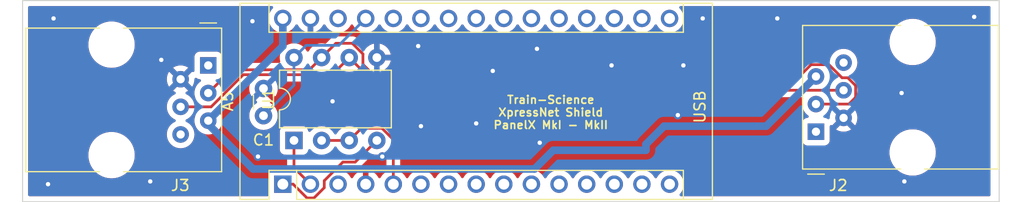
<source format=kicad_pcb>
(kicad_pcb (version 20211014) (generator pcbnew)
  (layers (0 "F.Cu" signal) (31 "B.Cu" signal) (34 "B.Paste" user) (35 "F.Paste" user) (36 "B.SilkS" user "B.Silkscreen") (37 "F.SilkS" user "F.Silkscreen") (38 "B.Mask" user) (39 "F.Mask" user) (44 "Edge.Cuts" user))
  (net 0 "")
  (net 1 "+5V")
  (net 2 "+12V")
  (net 3 "GND")
  (net 4 "/Tx")
  (net 5 "/Rx")
  (net 6 "/485dir")
  (net 7 "/B")
  (net 8 "/A")
  (footprint "Package_DIP:DIP-8_W7.62mm" (layer "F.Cu") (at 132.201 152.564 90)
    (fp_text reference "U1" (at 3.81 -2.33 90) (layer "F.SilkS"))
    (fp_text value "MAX485E")
    (fp_line (start 1.16 8.95) (end 6.46 8.95) (layer "F.SilkS") (width 0.12))
    (fp_line (start 6.46 8.95) (end 6.46 -1.33) (layer "F.SilkS") (width 0.12))
    (fp_line (start 1.16 -1.33) (end 1.16 8.95) (layer "F.SilkS") (width 0.12))
    (fp_line (start 6.46 -1.33) (end 4.81 -1.33) (layer "F.SilkS") (width 0.12))
    (fp_line (start 2.81 -1.33) (end 1.16 -1.33) (layer "F.SilkS") (width 0.12))
    (fp_arc (start 4.81 -1.33) (mid 3.81 -0.33) (end 2.81 -1.33) (layer "F.SilkS") (width 0.12))
    (pad "1" thru_hole rect locked (at 0 0 90) (size 1.6 1.6) (drill 0.8) (layers *.Cu *.Mask) (net 5 "/Rx"))
    (pad "2" thru_hole oval locked (at 0 2.54 90) (size 1.6 1.6) (drill 0.8) (layers *.Cu *.Mask) (net 6 "/485dir"))
    (pad "3" thru_hole oval locked (at 0 5.08 90) (size 1.6 1.6) (drill 0.8) (layers *.Cu *.Mask) (net 6 "/485dir"))
    (pad "4" thru_hole oval locked (at 0 7.62 90) (size 1.6 1.6) (drill 0.8) (layers *.Cu *.Mask) (net 4 "/Tx"))
    (pad "5" thru_hole oval locked (at 7.62 7.62 90) (size 1.6 1.6) (drill 0.8) (layers *.Cu *.Mask) (net 3 "GND"))
    (pad "6" thru_hole oval locked (at 7.62 5.08 90) (size 1.6 1.6) (drill 0.8) (layers *.Cu *.Mask) (net 8 "/A"))
    (pad "7" thru_hole oval locked (at 7.62 2.54 90) (size 1.6 1.6) (drill 0.8) (layers *.Cu *.Mask) (net 7 "/B"))
    (pad "8" thru_hole oval locked (at 7.62 0 90) (size 1.6 1.6) (drill 0.8) (layers *.Cu *.Mask) (net 1 "+5V"))
  )
  (footprint "Connector_RJ:RJ12_Amphenol_54601" (layer "F.Cu") (at 180.197 151.76 90)
    (fp_text reference "J2" (at -4.94 2.048 180) (layer "F.SilkS"))
    (fp_text value "RJ12")
    (fp_line (start 9.77 16.77) (end -3.43 16.77) (layer "F.SilkS") (width 0.12))
    (fp_line (start -3.9 0.77) (end -3.9 -0.76) (layer "F.SilkS") (width 0.12))
    (fp_line (start 9.77 16.65) (end 9.77 16.77) (layer "F.SilkS") (width 0.1))
    (fp_line (start 9.77 16.76) (end 9.77 16.77) (layer "F.SilkS") (width 0.1))
    (fp_line (start 9.77 -1.23) (end 9.77 7.79) (layer "F.SilkS") (width 0.12))
    (fp_line (start 9.77 16.77) (end 9.77 9.99) (layer "F.SilkS") (width 0.12))
    (fp_line (start -3.43 7.79) (end -3.43 -1.23) (layer "F.SilkS") (width 0.12))
    (fp_line (start -3.43 -1.23) (end 9.77 -1.23) (layer "F.SilkS") (width 0.12))
    (fp_line (start -3.43 7.72) (end -3.43 7.79) (layer "F.SilkS") (width 0.1))
    (fp_line (start -3.43 16.77) (end -3.43 9.99) (layer "F.SilkS") (width 0.12))
    (pad "" np_thru_hole circle locked (at -1.91 8.89 90) (size 3.25 3.25) (drill 3.25) (layers *.Cu *.Mask))
    (pad "" np_thru_hole circle locked (at 8.25 8.89 90) (size 3.25 3.25) (drill 3.25) (layers *.Cu *.Mask))
    (pad "1" thru_hole rect locked (at 0 0 90) (size 1.52 1.52) (drill 0.76) (layers *.Cu *.Mask))
    (pad "2" thru_hole circle locked (at 1.27 2.54 90) (size 1.52 1.52) (drill 0.76) (layers *.Cu *.Mask) (net 3 "GND"))
    (pad "3" thru_hole circle locked (at 2.54 0 90) (size 1.52 1.52) (drill 0.76) (layers *.Cu *.Mask) (net 7 "/B"))
    (pad "4" thru_hole circle locked (at 3.81 2.54 90) (size 1.52 1.52) (drill 0.76) (layers *.Cu *.Mask) (net 8 "/A"))
    (pad "5" thru_hole circle locked (at 5.08 0 90) (size 1.52 1.52) (drill 0.76) (layers *.Cu *.Mask) (net 2 "+12V"))
    (pad "6" thru_hole circle locked (at 6.35 2.54 90) (size 1.52 1.52) (drill 0.76) (layers *.Cu *.Mask))
  )
  (footprint "Module:Arduino_Nano" (layer "F.Cu") (at 131.175 156.586 90)
    (fp_text reference "A5" (at 7.62 -5.08 90) (layer "F.SilkS"))
    (fp_text value "Arduino_Nano_v3.x")
    (fp_line (start 16.64 39.5) (end 16.64 -3.94) (layer "F.SilkS") (width 0.12))
    (fp_line (start 13.97 -1.27) (end 16.64 -1.27) (layer "F.SilkS") (width 0.12))
    (fp_line (start 1.27 1.27) (end 1.27 36.83) (layer "F.SilkS") (width 0.12))
    (fp_line (start 1.27 1.27) (end 1.27 -1.27) (layer "F.SilkS") (width 0.12))
    (fp_line (start 13.97 36.83) (end 16.64 36.83) (layer "F.SilkS") (width 0.12))
    (fp_line (start 13.97 -1.27) (end 13.97 36.83) (layer "F.SilkS") (width 0.12))
    (fp_line (start 1.27 36.83) (end -1.4 36.83) (layer "F.SilkS") (width 0.12))
    (fp_line (start 1.27 -1.27) (end -1.4 -1.27) (layer "F.SilkS") (width 0.12))
    (fp_line (start -1.4 39.5) (end 16.64 39.5) (layer "F.SilkS") (width 0.12))
    (fp_line (start 16.64 -3.94) (end -1.4 -3.94) (layer "F.SilkS") (width 0.12))
    (fp_line (start 1.27 1.27) (end -1.4 1.27) (layer "F.SilkS") (width 0.12))
    (fp_line (start -1.4 1.27) (end -1.4 39.5) (layer "F.SilkS") (width 0.12))
    (fp_line (start -1.4 -3.94) (end -1.4 -1.27) (layer "F.SilkS") (width 0.12))
    (pad "1" thru_hole rect locked (at 0 0 90) (size 1.6 1.6) (drill 1) (layers *.Cu *.Mask) (net 4 "/Tx"))
    (pad "2" thru_hole oval locked (at 0 2.54 90) (size 1.6 1.6) (drill 1) (layers *.Cu *.Mask) (net 5 "/Rx"))
    (pad "3" thru_hole oval locked (at 0 5.08 90) (size 1.6 1.6) (drill 1) (layers *.Cu *.Mask))
    (pad "4" thru_hole oval locked (at 0 7.62 90) (size 1.6 1.6) (drill 1) (layers *.Cu *.Mask) (net 3 "GND"))
    (pad "5" thru_hole oval locked (at 0 10.16 90) (size 1.6 1.6) (drill 1) (layers *.Cu *.Mask) (net 6 "/485dir"))
    (pad "6" thru_hole oval locked (at 0 12.7 90) (size 1.6 1.6) (drill 1) (layers *.Cu *.Mask))
    (pad "7" thru_hole oval locked (at 0 15.24 90) (size 1.6 1.6) (drill 1) (layers *.Cu *.Mask))
    (pad "8" thru_hole oval locked (at 0 17.78 90) (size 1.6 1.6) (drill 1) (layers *.Cu *.Mask))
    (pad "9" thru_hole oval locked (at 0 20.32 90) (size 1.6 1.6) (drill 1) (layers *.Cu *.Mask))
    (pad "10" thru_hole oval locked (at 0 22.86 90) (size 1.6 1.6) (drill 1) (layers *.Cu *.Mask))
    (pad "11" thru_hole oval locked (at 0 25.4 90) (size 1.6 1.6) (drill 1) (layers *.Cu *.Mask))
    (pad "12" thru_hole oval locked (at 0 27.94 90) (size 1.6 1.6) (drill 1) (layers *.Cu *.Mask))
    (pad "13" thru_hole oval locked (at 0 30.48 90) (size 1.6 1.6) (drill 1) (layers *.Cu *.Mask))
    (pad "14" thru_hole oval locked (at 0 33.02 90) (size 1.6 1.6) (drill 1) (layers *.Cu *.Mask))
    (pad "15" thru_hole oval locked (at 0 35.56 90) (size 1.6 1.6) (drill 1) (layers *.Cu *.Mask))
    (pad "16" thru_hole oval locked (at 15.24 35.56 90) (size 1.6 1.6) (drill 1) (layers *.Cu *.Mask))
    (pad "17" thru_hole oval locked (at 15.24 33.02 90) (size 1.6 1.6) (drill 1) (layers *.Cu *.Mask))
    (pad "18" thru_hole oval locked (at 15.24 30.48 90) (size 1.6 1.6) (drill 1) (layers *.Cu *.Mask))
    (pad "19" thru_hole oval locked (at 15.24 27.94 90) (size 1.6 1.6) (drill 1) (layers *.Cu *.Mask))
    (pad "20" thru_hole oval locked (at 15.24 25.4 90) (size 1.6 1.6) (drill 1) (layers *.Cu *.Mask))
    (pad "21" thru_hole oval locked (at 15.24 22.86 90) (size 1.6 1.6) (drill 1) (layers *.Cu *.Mask))
    (pad "22" thru_hole oval locked (at 15.24 20.32 90) (size 1.6 1.6) (drill 1) (layers *.Cu *.Mask))
    (pad "23" thru_hole oval locked (at 15.24 17.78 90) (size 1.6 1.6) (drill 1) (layers *.Cu *.Mask))
    (pad "24" thru_hole oval locked (at 15.24 15.24 90) (size 1.6 1.6) (drill 1) (layers *.Cu *.Mask))
    (pad "25" thru_hole oval locked (at 15.24 12.7 90) (size 1.6 1.6) (drill 1) (layers *.Cu *.Mask))
    (pad "26" thru_hole oval locked (at 15.24 10.16 90) (size 1.6 1.6) (drill 1) (layers *.Cu *.Mask))
    (pad "27" thru_hole oval locked (at 15.24 7.62 90) (size 1.6 1.6) (drill 1) (layers *.Cu *.Mask) (net 1 "+5V"))
    (pad "28" thru_hole oval locked (at 15.24 5.08 90) (size 1.6 1.6) (drill 1) (layers *.Cu *.Mask))
    (pad "29" thru_hole oval locked (at 15.24 2.54 90) (size 1.6 1.6) (drill 1) (layers *.Cu *.Mask) (net 3 "GND"))
    (pad "30" thru_hole oval locked (at 15.24 0 90) (size 1.6 1.6) (drill 1) (layers *.Cu *.Mask) (net 2 "+12V"))
  )
  (footprint "Connector_RJ:RJ12_Amphenol_54601" (layer "F.Cu") (at 124.317 145.664 -90)
    (fp_text reference "J3" (at 11.036 2.572 180) (layer "F.SilkS"))
    (fp_text value "RJ12")
    (fp_line (start 9.77 16.77) (end 9.77 9.99) (layer "F.SilkS") (width 0.12))
    (fp_line (start 9.77 16.76) (end 9.77 16.77) (layer "F.SilkS") (width 0.1))
    (fp_line (start -3.43 16.77) (end -3.43 9.99) (layer "F.SilkS") (width 0.12))
    (fp_line (start -3.43 -1.23) (end 9.77 -1.23) (layer "F.SilkS") (width 0.12))
    (fp_line (start 9.77 16.65) (end 9.77 16.77) (layer "F.SilkS") (width 0.1))
    (fp_line (start -3.43 7.72) (end -3.43 7.79) (layer "F.SilkS") (width 0.1))
    (fp_line (start -3.43 7.79) (end -3.43 -1.23) (layer "F.SilkS") (width 0.12))
    (fp_line (start 9.77 16.77) (end -3.43 16.77) (layer "F.SilkS") (width 0.12))
    (fp_line (start 9.77 -1.23) (end 9.77 7.79) (layer "F.SilkS") (width 0.12))
    (fp_line (start -3.9 0.77) (end -3.9 -0.76) (layer "F.SilkS") (width 0.12))
    (pad "" np_thru_hole circle locked (at -1.91 8.89 270) (size 3.25 3.25) (drill 3.25) (layers *.Cu *.Mask))
    (pad "" np_thru_hole circle locked (at 8.25 8.89 270) (size 3.25 3.25) (drill 3.25) (layers *.Cu *.Mask))
    (pad "1" thru_hole rect locked (at 0 0 270) (size 1.52 1.52) (drill 0.76) (layers *.Cu *.Mask))
    (pad "2" thru_hole circle locked (at 1.27 2.54 270) (size 1.52 1.52) (drill 0.76) (layers *.Cu *.Mask) (net 3 "GND"))
    (pad "3" thru_hole circle locked (at 2.54 0 270) (size 1.52 1.52) (drill 0.76) (layers *.Cu *.Mask) (net 7 "/B"))
    (pad "4" thru_hole circle locked (at 3.81 2.54 270) (size 1.52 1.52) (drill 0.76) (layers *.Cu *.Mask) (net 8 "/A"))
    (pad "5" thru_hole circle locked (at 5.08 0 270) (size 1.52 1.52) (drill 0.76) (layers *.Cu *.Mask) (net 2 "+12V"))
    (pad "6" thru_hole circle locked (at 6.35 2.54 270) (size 1.52 1.52) (drill 0.76) (layers *.Cu *.Mask))
  )
  (footprint "Capacitor_THT:C_Disc_D3.0mm_W1.6mm_P2.50mm" (layer "F.Cu") (at 129.397 150.288 90)
    (fp_text reference "C1" (at -2.234 0 180) (layer "F.SilkS"))
    (fp_text value "C")
    (fp_line (start 0.621 0.92) (end 1.879 0.92) (layer "F.SilkS") (width 0.12))
    (fp_line (start 0.621 -0.92) (end 1.879 -0.92) (layer "F.SilkS") (width 0.12))
    (pad "1" thru_hole circle locked (at 0 0 90) (size 1.6 1.6) (drill 0.8) (layers *.Cu *.Mask) (net 1 "+5V"))
    (pad "2" thru_hole circle locked (at 2.5 0 90) (size 1.6 1.6) (drill 0.8) (layers *.Cu *.Mask) (net 3 "GND"))
  )
  (gr_rect (start 107.245 158.2) (end 197.047 139.7) (layer "Edge.Cuts") (width 0.1) (fill none))
  (gr_text "USB" (at 169.529 149.474 90) (layer "F.SilkS") (effects (font (size 1 1))))
  (gr_text "Train-Science\nXpressNet Shield\nPanelX MkI - MkII" (at 155.813 149.982) (layer "F.SilkS") (effects (font (size 0.72 0.75))))
  (segment (start 133.325511 143.819489) (end 136.321511 143.819489) (width 0.25) (layer "B.Cu") (net 1))
  (segment (start 132.201 144.944) (end 133.325511 143.819489) (width 0.25) (layer "B.Cu") (net 1))
  (segment (start 136.321511 143.819489) (end 138.795 141.346) (width 0.25) (layer "B.Cu") (net 1))
  (segment (start 132.201 147.484) (end 132.201 144.944) (width 0.25) (layer "B.Cu") (net 1))
  (segment (start 129.397 150.288) (end 132.201 147.484) (width 0.25) (layer "B.Cu") (net 1))
  (segment (start 131.175 143.886) (end 131.175 141.346) (width 0.7) (layer "B.Cu") (net 2))
  (segment (start 124.317 151.072) (end 124.317 150.744) (width 0.7) (layer "B.Cu") (net 2))
  (segment (start 175.625 151.252) (end 180.197 146.68) (width 0.7) (layer "B.Cu") (net 2))
  (segment (start 156.04321 153.466) (end 154.322721 155.186489) (width 0.7) (layer "B.Cu") (net 2))
  (segment (start 124.317 150.744) (end 131.175 143.886) (width 0.7) (layer "B.Cu") (net 2))
  (segment (start 164.563 152.916) (end 166.227 151.252) (width 0.7) (layer "B.Cu") (net 2))
  (segment (start 154.322721 155.186489) (end 128.431489 155.186489) (width 0.7) (layer "B.Cu") (net 2))
  (segment (start 164.563 153.466) (end 164.563 152.916) (width 0.7) (layer "B.Cu") (net 2))
  (segment (start 128.431489 155.186489) (end 124.317 151.072) (width 0.7) (layer "B.Cu") (net 2))
  (segment (start 164.563 153.466) (end 156.04321 153.466) (width 0.7) (layer "B.Cu") (net 2))
  (segment (start 166.227 151.252) (end 174.393 151.252) (width 0.7) (layer "B.Cu") (net 2))
  (segment (start 174.393 151.252) (end 175.625 151.252) (width 0.7) (layer "B.Cu") (net 2))
  (via (at 168.005 145.664) (size 0.8) (drill 0.4) (layers "F.Cu" "B.Cu") (net 3))
  (via (at 118.983 156.332) (size 0.8) (drill 0.4) (layers "F.Cu" "B.Cu") (net 3))
  (via (at 140.319 154.046) (size 0.8) (drill 0.4) (layers "F.Cu" "B.Cu") (net 3))
  (via (at 167.497 150.236) (size 0.8) (drill 0.4) (layers "F.Cu" "B.Cu") (net 3))
  (via (at 143.875 151.252) (size 0.8) (drill 0.4) (layers "F.Cu" "B.Cu") (net 3))
  (via (at 150.479 146.172) (size 0.8) (drill 0.4) (layers "F.Cu" "B.Cu") (net 3))
  (via (at 109.585 156.586) (size 0.8) (drill 0.4) (layers "F.Cu" "B.Cu") (net 3))
  (via (at 169.783 141.346) (size 0.8) (drill 0.4) (layers "F.Cu" "B.Cu") (net 3))
  (via (at 188.071 148.204) (size 0.8) (drill 0.4) (layers "F.Cu" "B.Cu") (net 3))
  (via (at 154.797 152.776) (size 0.8) (drill 0.4) (layers "F.Cu" "B.Cu") (net 3))
  (via (at 188.325 156.332) (size 0.8) (drill 0.4) (layers "F.Cu" "B.Cu") (net 3))
  (via (at 119.999 145.156) (size 0.8) (drill 0.4) (layers "F.Cu" "B.Cu") (net 3))
  (via (at 143.621 143.886) (size 0.8) (drill 0.4) (layers "F.Cu" "B.Cu") (net 3))
  (via (at 110.093 141.346) (size 0.8) (drill 0.4) (layers "F.Cu" "B.Cu") (net 3))
  (via (at 128.381 141.6) (size 0.8) (drill 0.4) (layers "F.Cu" "B.Cu") (net 3))
  (via (at 161.401 145.664) (size 0.8) (drill 0.4) (layers "F.Cu" "B.Cu") (net 3))
  (via (at 128.889 154.046) (size 0.8) (drill 0.4) (layers "F.Cu" "B.Cu") (net 3))
  (via (at 148.955 150.998) (size 0.8) (drill 0.4) (layers "F.Cu" "B.Cu") (net 3))
  (via (at 176.641 141.346) (size 0.8) (drill 0.4) (layers "F.Cu" "B.Cu") (net 3))
  (via (at 194.745 141.2) (size 0.8) (drill 0.4) (layers "F.Cu" "B.Cu") (net 3))
  (via (at 154.543 144.14) (size 0.8) (drill 0.4) (layers "F.Cu" "B.Cu") (net 3))
  (via (at 135.747 148.966) (size 0.8) (drill 0.4) (layers "F.Cu" "B.Cu") (net 3))
  (segment (start 134.985 156.9063) (end 134.0353 157.856) (width 0.25) (layer "F.Cu") (net 4))
  (segment (start 132.1247 156.586) (end 131.175 156.586) (width 0.25) (layer "F.Cu") (net 4))
  (segment (start 137.831 154.554) (end 136.6967 154.554) (width 0.25) (layer "F.Cu") (net 4))
  (segment (start 136.6967 154.554) (end 134.985 156.2657) (width 0.25) (layer "F.Cu") (net 4))
  (segment (start 134.985 156.2657) (end 134.985 156.9063) (width 0.25) (layer "F.Cu") (net 4))
  (segment (start 133.3947 157.856) (end 132.1247 156.586) (width 0.25) (layer "F.Cu") (net 4))
  (segment (start 134.0353 157.856) (end 133.3947 157.856) (width 0.25) (layer "F.Cu") (net 4))
  (segment (start 139.821 152.564) (end 137.831 154.554) (width 0.25) (layer "F.Cu") (net 4))
  (segment (start 132.201 155.052) (end 132.201 152.564) (width 0.25) (layer "F.Cu") (net 5))
  (segment (start 132.191 155.062) (end 132.201 155.052) (width 0.25) (layer "F.Cu") (net 5))
  (segment (start 133.715 156.586) (end 132.191 155.062) (width 0.25) (layer "F.Cu") (net 5))
  (segment (start 137.281 152.564) (end 138.405511 151.439489) (width 0.25) (layer "F.Cu") (net 6))
  (segment (start 134.741 152.564) (end 137.281 152.564) (width 0.25) (layer "F.Cu") (net 6))
  (segment (start 140.286789 151.439489) (end 141.335 152.4877) (width 0.25) (layer "F.Cu") (net 6))
  (segment (start 138.405511 151.439489) (end 140.286789 151.439489) (width 0.25) (layer "F.Cu") (net 6))
  (segment (start 141.335 152.4877) (end 141.335 156.586) (width 0.25) (layer "F.Cu") (net 6))
  (segment (start 138.541 145.568282) (end 138.541 144.6137) (width 0.25) (layer "F.Cu") (net 7))
  (segment (start 183.845 148.6) (end 183.225 149.22) (width 0.25) (layer "F.Cu") (net 7))
  (segment (start 179.74778 145.595489) (end 181.388758 145.595489) (width 0.25) (layer "F.Cu") (net 7))
  (segment (start 181.388758 145.595489) (end 182.593269 146.8) (width 0.25) (layer "F.Cu") (net 7))
  (segment (start 177.901269 147.442) (end 140.414718 147.442) (width 0.25) (layer "F.Cu") (net 7))
  (segment (start 124.317 148.204) (end 126.452489 146.068511) (width 0.25) (layer "F.Cu") (net 7))
  (segment (start 177.901269 147.442) (end 179.74778 145.595489) (width 0.25) (layer "F.Cu") (net 7))
  (segment (start 136.053 143.632) (end 134.741 144.944) (width 0.25) (layer "F.Cu") (net 7))
  (segment (start 140.414718 147.442) (end 138.541 145.568282) (width 0.25) (layer "F.Cu") (net 7))
  (segment (start 183.120731 146.8) (end 183.845 147.524269) (width 0.25) (layer "F.Cu") (net 7))
  (segment (start 137.5593 143.632) (end 136.053 143.632) (width 0.25) (layer "F.Cu") (net 7))
  (segment (start 183.225 149.22) (end 180.197 149.22) (width 0.25) (layer "F.Cu") (net 7))
  (segment (start 183.845 147.524269) (end 183.845 148.6) (width 0.25) (layer "F.Cu") (net 7))
  (segment (start 126.452489 146.068511) (end 133.616489 146.068511) (width 0.25) (layer "F.Cu") (net 7))
  (segment (start 133.616489 146.068511) (end 134.741 144.944) (width 0.25) (layer "F.Cu") (net 7))
  (segment (start 182.593269 146.8) (end 183.120731 146.8) (width 0.25) (layer "F.Cu") (net 7))
  (segment (start 138.541 144.6137) (end 137.5593 143.632) (width 0.25) (layer "F.Cu") (net 7))
  (segment (start 137.281 144.944) (end 140.287 147.95) (width 0.25) (layer "F.Cu") (net 8))
  (segment (start 124.580731 149.474) (end 121.777 149.474) (width 0.25) (layer "F.Cu") (net 8))
  (segment (start 135.706969 146.518031) (end 137.281 144.944) (width 0.25) (layer "F.Cu") (net 8))
  (segment (start 127.5367 146.518031) (end 124.580731 149.474) (width 0.25) (layer "F.Cu") (net 8))
  (segment (start 140.287 147.95) (end 182.737 147.95) (width 0.25) (layer "F.Cu") (net 8))
  (segment (start 127.5367 146.518031) (end 135.706969 146.518031) (width 0.25) (layer "F.Cu") (net 8))
  (zone (net 3) (net_name "GND") (layers F&B.Cu) (connect_pads (clearance 0.508)) (min_thickness 0.254) (fill yes (thermal_gap 0.508) (thermal_bridge_width 0.508))
    (polygon (pts (xy 196.245 157.7) (xy 107.745 157.7) (xy 107.745 140.2) (xy 196.245 140.2)))
  )
)
</source>
